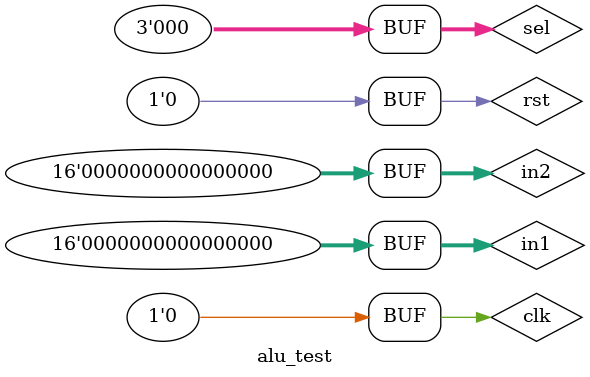
<source format=v>
`timescale 1ns / 1ps


module alu_test;

	// Inputs
	reg [15:0] in1;
	reg [15:0] in2;
	reg clk;
	reg rst;
	reg [2:0] sel;

	// Outputs
	wire [15:0] out;
	wire zf;

	// Instantiate the Unit Under Test (UUT)
	alu16b uut (
		.out(out), 
		.in1(in1), 
		.in2(in2), 
		.clk(clk), 
		.rst(rst), 
		.sel(sel), 
		.zf(zf)
	);

	initial begin
		// Initialize Inputs
		in1 = 0;
		in2 = 0;
		clk = 0;
		rst = 0;
		sel = 0;

		// Wait 100 ns for global reset to finish
		#100;
        
		// Add stimulus here

	end
      
endmodule


</source>
